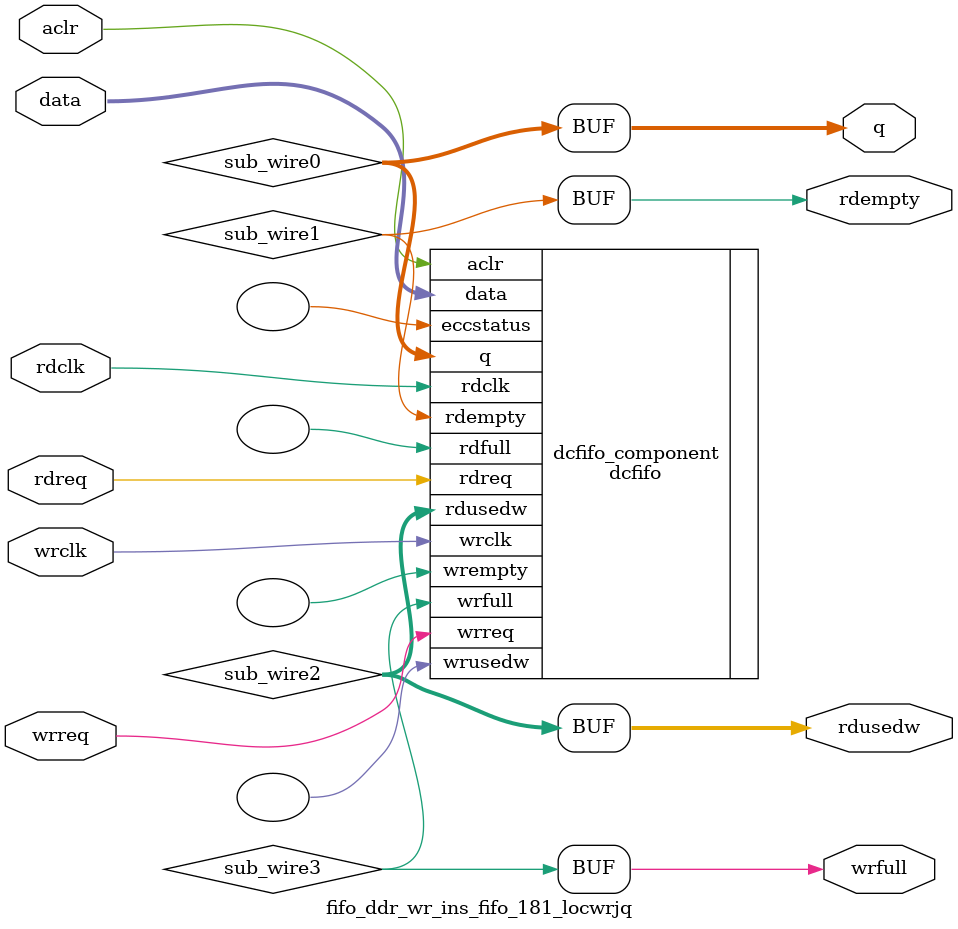
<source format=v>



`timescale 1 ps / 1 ps
// synopsys translate_on
module  fifo_ddr_wr_ins_fifo_181_locwrjq  (
    aclr,
    data,
    rdclk,
    rdreq,
    wrclk,
    wrreq,
    q,
    rdempty,
    rdusedw,
    wrfull);

    input    aclr;
    input  [545:0]  data;
    input    rdclk;
    input    rdreq;
    input    wrclk;
    input    wrreq;
    output [545:0]  q;
    output   rdempty;
    output [7:0]  rdusedw;
    output   wrfull;
`ifndef ALTERA_RESERVED_QIS
// synopsys translate_off
`endif
    tri0     aclr;
`ifndef ALTERA_RESERVED_QIS
// synopsys translate_on
`endif

    wire [545:0] sub_wire0;
    wire  sub_wire1;
    wire [7:0] sub_wire2;
    wire  sub_wire3;
    wire [545:0] q = sub_wire0[545:0];
    wire  rdempty = sub_wire1;
    wire [7:0] rdusedw = sub_wire2[7:0];
    wire  wrfull = sub_wire3;

    dcfifo  dcfifo_component (
                .aclr (aclr),
                .data (data),
                .rdclk (rdclk),
                .rdreq (rdreq),
                .wrclk (wrclk),
                .wrreq (wrreq),
                .q (sub_wire0),
                .rdempty (sub_wire1),
                .rdusedw (sub_wire2),
                .wrfull (sub_wire3),
                .eccstatus (),
                .rdfull (),
                .wrempty (),
                .wrusedw ());
    defparam
        dcfifo_component.enable_ecc  = "FALSE",
        dcfifo_component.intended_device_family  = "Arria 10",
        dcfifo_component.lpm_hint  = "DISABLE_DCFIFO_EMBEDDED_TIMING_CONSTRAINT=TRUE",
        dcfifo_component.lpm_numwords  = 256,
        dcfifo_component.lpm_showahead  = "ON",
        dcfifo_component.lpm_type  = "dcfifo",
        dcfifo_component.lpm_width  = 546,
        dcfifo_component.lpm_widthu  = 8,
        dcfifo_component.overflow_checking  = "ON",
        dcfifo_component.rdsync_delaypipe  = 4,
        dcfifo_component.read_aclr_synch  = "OFF",
        dcfifo_component.underflow_checking  = "ON",
        dcfifo_component.use_eab  = "ON",
        dcfifo_component.write_aclr_synch  = "OFF",
        dcfifo_component.wrsync_delaypipe  = 4;


endmodule



</source>
